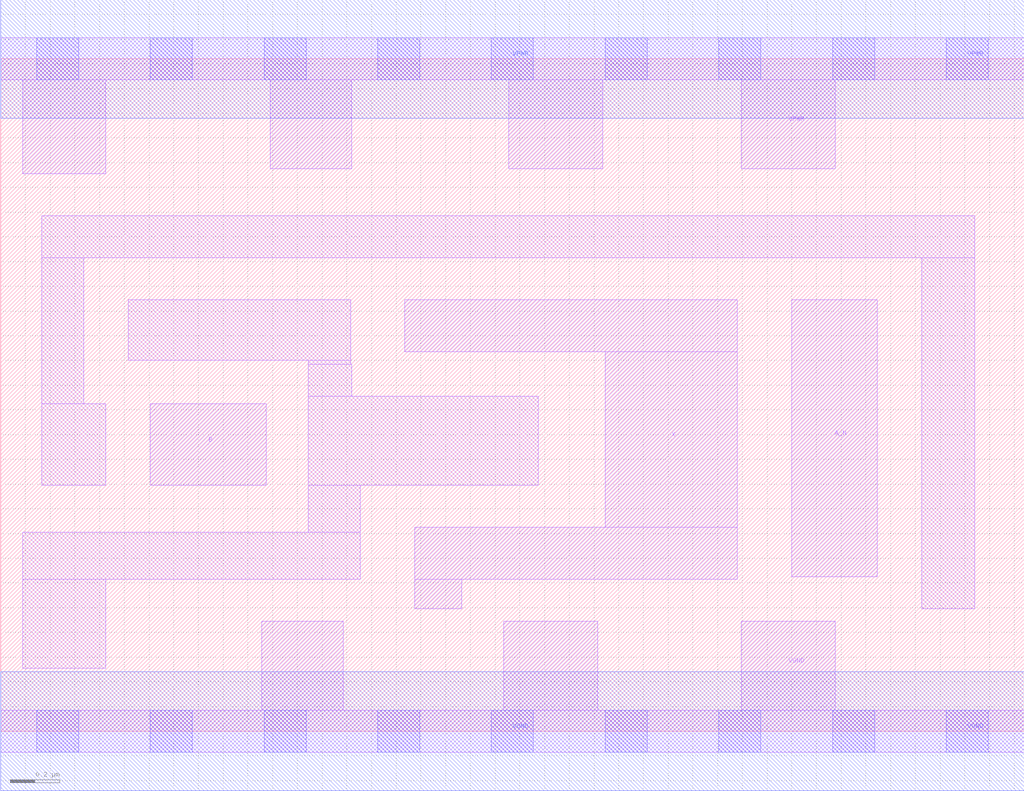
<source format=lef>
# Copyright 2020 The SkyWater PDK Authors
#
# Licensed under the Apache License, Version 2.0 (the "License");
# you may not use this file except in compliance with the License.
# You may obtain a copy of the License at
#
#     https://www.apache.org/licenses/LICENSE-2.0
#
# Unless required by applicable law or agreed to in writing, software
# distributed under the License is distributed on an "AS IS" BASIS,
# WITHOUT WARRANTIES OR CONDITIONS OF ANY KIND, either express or implied.
# See the License for the specific language governing permissions and
# limitations under the License.
#
# SPDX-License-Identifier: Apache-2.0

VERSION 5.7 ;
  NAMESCASESENSITIVE ON ;
  NOWIREEXTENSIONATPIN ON ;
  DIVIDERCHAR "/" ;
  BUSBITCHARS "[]" ;
UNITS
  DATABASE MICRONS 200 ;
END UNITS
PROPERTYDEFINITIONS
  MACRO maskLayoutSubType STRING ;
  MACRO prCellType STRING ;
  MACRO originalViewName STRING ;
END PROPERTYDEFINITIONS
MACRO sky130_fd_sc_hdll__and2b_4
  CLASS CORE ;
  FOREIGN sky130_fd_sc_hdll__and2b_4 ;
  ORIGIN  0.000000  0.000000 ;
  SIZE  4.140000 BY  2.720000 ;
  SYMMETRY X Y R90 ;
  SITE unithd ;
  PIN A_N
    ANTENNAGATEAREA  0.138600 ;
    DIRECTION INPUT ;
    USE SIGNAL ;
    PORT
      LAYER li1 ;
        RECT 3.200000 0.625000 3.545000 1.745000 ;
    END
  END A_N
  PIN B
    ANTENNAGATEAREA  0.277500 ;
    DIRECTION INPUT ;
    USE SIGNAL ;
    PORT
      LAYER li1 ;
        RECT 0.605000 0.995000 1.075000 1.325000 ;
    END
  END B
  PIN X
    ANTENNADIFFAREA  1.071500 ;
    DIRECTION OUTPUT ;
    USE SIGNAL ;
    PORT
      LAYER li1 ;
        RECT 1.635000 1.535000 2.980000 1.745000 ;
        RECT 1.675000 0.495000 1.865000 0.615000 ;
        RECT 1.675000 0.615000 2.980000 0.825000 ;
        RECT 2.445000 0.825000 2.980000 1.535000 ;
    END
  END X
  PIN VGND
    DIRECTION INOUT ;
    USE GROUND ;
    PORT
      LAYER li1 ;
        RECT 0.000000 -0.085000 4.140000 0.085000 ;
        RECT 1.055000  0.085000 1.385000 0.445000 ;
        RECT 2.035000  0.085000 2.415000 0.445000 ;
        RECT 2.995000  0.085000 3.375000 0.445000 ;
      LAYER mcon ;
        RECT 0.145000 -0.085000 0.315000 0.085000 ;
        RECT 0.605000 -0.085000 0.775000 0.085000 ;
        RECT 1.065000 -0.085000 1.235000 0.085000 ;
        RECT 1.525000 -0.085000 1.695000 0.085000 ;
        RECT 1.985000 -0.085000 2.155000 0.085000 ;
        RECT 2.445000 -0.085000 2.615000 0.085000 ;
        RECT 2.905000 -0.085000 3.075000 0.085000 ;
        RECT 3.365000 -0.085000 3.535000 0.085000 ;
        RECT 3.825000 -0.085000 3.995000 0.085000 ;
      LAYER met1 ;
        RECT 0.000000 -0.240000 4.140000 0.240000 ;
    END
  END VGND
  PIN VPWR
    DIRECTION INOUT ;
    USE POWER ;
    PORT
      LAYER li1 ;
        RECT 0.000000 2.635000 4.140000 2.805000 ;
        RECT 0.090000 2.255000 0.425000 2.635000 ;
        RECT 1.090000 2.275000 1.420000 2.635000 ;
        RECT 2.055000 2.275000 2.435000 2.635000 ;
        RECT 2.995000 2.275000 3.375000 2.635000 ;
      LAYER mcon ;
        RECT 0.145000 2.635000 0.315000 2.805000 ;
        RECT 0.605000 2.635000 0.775000 2.805000 ;
        RECT 1.065000 2.635000 1.235000 2.805000 ;
        RECT 1.525000 2.635000 1.695000 2.805000 ;
        RECT 1.985000 2.635000 2.155000 2.805000 ;
        RECT 2.445000 2.635000 2.615000 2.805000 ;
        RECT 2.905000 2.635000 3.075000 2.805000 ;
        RECT 3.365000 2.635000 3.535000 2.805000 ;
        RECT 3.825000 2.635000 3.995000 2.805000 ;
      LAYER met1 ;
        RECT 0.000000 2.480000 4.140000 2.960000 ;
    END
  END VPWR
  OBS
    LAYER li1 ;
      RECT 0.090000 0.255000 0.425000 0.615000 ;
      RECT 0.090000 0.615000 1.455000 0.805000 ;
      RECT 0.165000 0.995000 0.425000 1.325000 ;
      RECT 0.165000 1.325000 0.335000 1.915000 ;
      RECT 0.165000 1.915000 3.940000 2.085000 ;
      RECT 0.515000 1.500000 1.415000 1.745000 ;
      RECT 1.245000 0.805000 1.455000 0.995000 ;
      RECT 1.245000 0.995000 2.175000 1.355000 ;
      RECT 1.245000 1.355000 1.420000 1.485000 ;
      RECT 1.245000 1.485000 1.415000 1.500000 ;
      RECT 3.725000 0.495000 3.940000 1.915000 ;
  END
  PROPERTY maskLayoutSubType "abstract" ;
  PROPERTY prCellType "standard" ;
  PROPERTY originalViewName "layout" ;
END sky130_fd_sc_hdll__and2b_4

</source>
